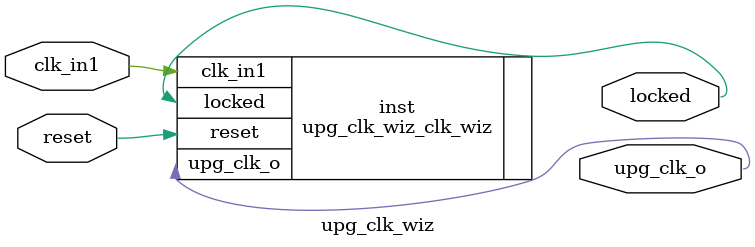
<source format=v>


`timescale 1ps/1ps

(* CORE_GENERATION_INFO = "upg_clk_wiz,clk_wiz_v6_0_11_0_0,{component_name=upg_clk_wiz,use_phase_alignment=true,use_min_o_jitter=false,use_max_i_jitter=false,use_dyn_phase_shift=false,use_inclk_switchover=false,use_dyn_reconfig=false,enable_axi=0,feedback_source=FDBK_AUTO,PRIMITIVE=MMCM,num_out_clk=1,clkin1_period=10.000,clkin2_period=10.000,use_power_down=false,use_reset=true,use_locked=true,use_inclk_stopped=false,feedback_type=SINGLE,CLOCK_MGR_TYPE=NA,manual_override=false}" *)

module upg_clk_wiz 
 (
  // Clock out ports
  output        upg_clk_o,
  // Status and control signals
  input         reset,
  output        locked,
 // Clock in ports
  input         clk_in1
 );

  upg_clk_wiz_clk_wiz inst
  (
  // Clock out ports  
  .upg_clk_o(upg_clk_o),
  // Status and control signals               
  .reset(reset), 
  .locked(locked),
 // Clock in ports
  .clk_in1(clk_in1)
  );

endmodule

</source>
